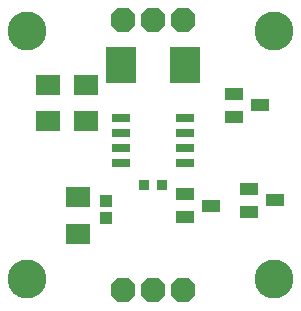
<source format=gts>
G04 EAGLE Gerber RS-274X export*
G75*
%MOMM*%
%FSLAX34Y34*%
%LPD*%
%INSoldermask Top*%
%IPPOS*%
%AMOC8*
5,1,8,0,0,1.08239X$1,22.5*%
G01*
%ADD10C,3.302000*%
%ADD11R,0.927000X0.927000*%
%ADD12R,1.627000X0.677000*%
%ADD13R,1.527000X1.127000*%
%ADD14R,2.027000X1.727000*%
%ADD15P,2.226909X8X22.500000*%
%ADD16R,2.514600X3.124200*%
%ADD17R,1.077000X1.077000*%


D10*
X25400Y25400D03*
X25400Y234950D03*
X234950Y234950D03*
X234950Y25400D03*
D11*
X125088Y104394D03*
X140088Y104394D03*
D12*
X159588Y123444D03*
X159588Y136144D03*
X159588Y148844D03*
X159588Y161544D03*
X105588Y161544D03*
X105588Y148844D03*
X105588Y136144D03*
X105588Y123444D03*
D13*
X159180Y96876D03*
X159180Y77876D03*
X181180Y87376D03*
X213282Y101194D03*
X213282Y82194D03*
X235282Y91694D03*
X200582Y181712D03*
X200582Y162712D03*
X222582Y172212D03*
D14*
X69088Y63494D03*
X69088Y94494D03*
X75438Y189744D03*
X75438Y158744D03*
X43688Y189744D03*
X43688Y158744D03*
D15*
X132588Y15494D03*
X107188Y15494D03*
X157988Y15494D03*
X132588Y244094D03*
X107188Y244094D03*
X157988Y244094D03*
D16*
X105664Y205994D03*
X159512Y205994D03*
D17*
X92456Y76824D03*
X92456Y91324D03*
M02*

</source>
